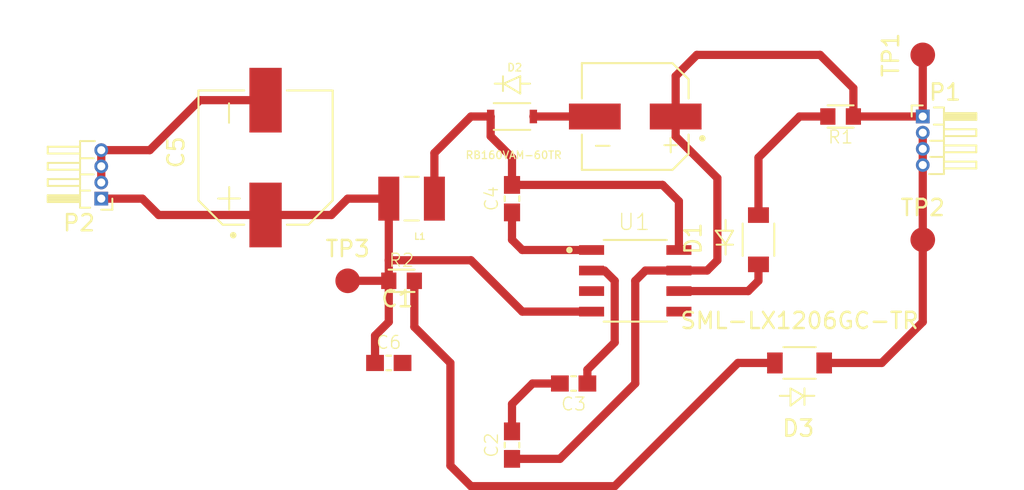
<source format=kicad_pcb>
(kicad_pcb (version 20211014) (generator pcbnew)
  (layers (0 "F.Cu" signal) (31 "B.Cu" signal) (34 "B.Paste" user) (35 "F.Paste" user) (36 "B.SilkS" user "B.Silkscreen") (37 "F.SilkS" user "F.Silkscreen") (38 "B.Mask" user) (39 "F.Mask" user) (44 "Edge.Cuts" user))
  (net 0 "")
  (net 1 "VIN")
  (net 2 "Earth")
  (net 3 "Net-(C3-Pad1)")
  (net 4 "Net-(C4-Pad1)")
  (net 5 "Net-(C4-Pad2)")
  (net 6 "5V-BUCK")
  (net 7 "Net-(D1-Pad2)")
  (net 8 "Net-(D3-Pad2)")
  (footprint "5V-Power_supply1:SML-LX1206GC-TR" (layer "F.Cu") (at 175.26 99.06 180)
    (fp_text reference "D3" (at 0.0762 -4.0386) (layer "F.SilkS"))
    (fp_text value "SML-LX1206GC-TR" (at 0 2.6162) (layer "F.SilkS"))
    (fp_line (start -0.3048 -2.5908) (end -0.3048 -1.5748) (layer "F.SilkS") (width 0.12))
    (fp_line (start -0.254 -2.032) (end -0.9144 -2.032) (layer "F.SilkS") (width 0.12))
    (fp_line (start 0.5588 -2.6416) (end -0.254 -2.032) (layer "F.SilkS") (width 0.12))
    (fp_line (start -1.000365 0.9779) (end 1.000365 0.9779) (layer "F.SilkS") (width 0.12))
    (fp_line (start 1.2192 -2.032) (end 0.5588 -2.032) (layer "F.SilkS") (width 0.12))
    (fp_line (start 0.5588 -1.5748) (end -0.254 -2.032) (layer "F.SilkS") (width 0.12))
    (fp_line (start 0.5588 -2.032) (end 0.5588 -1.5748) (layer "F.SilkS") (width 0.12))
    (fp_line (start 1.000365 -0.9779) (end -1.000365 -0.9779) (layer "F.SilkS") (width 0.12))
    (fp_line (start 0.5588 -2.032) (end 0.5588 -2.6416) (layer "F.SilkS") (width 0.12))
    (pad "1" smd rect (at -1.524 0 180) (size 0.9652 1.2954) (layers "F.Cu" "F.Paste" "F.Mask") (net 2 "Earth"))
    (pad "2" smd rect (at 1.524 0 180) (size 0.9652 1.2954) (layers "F.Cu" "F.Paste" "F.Mask") (net 8 "Net-(D3-Pad2)"))
  )
  (footprint "5V-Power_supply1:RES_0603" (layer "F.Cu") (at 150.65 93.98)
    (fp_text reference "R2" (at 0 -1.27) (layer "F.SilkS") (effects (font (size 0.8 0.8) (thickness 0.0762))))
    (fp_text value "470")
    (fp_line (start -0.8 -0.69) (end 0.8 -0.69) (layer "F.SilkS") (width 0.127))
    (fp_line (start -0.8 0.69) (end 0.8 0.69) (layer "F.SilkS") (width 0.127))
    (pad "1" smd rect (at -0.79 0) (size 0.94 1.02) (layers "F.Cu" "F.Paste" "F.Mask") (net 6 "5V-BUCK"))
    (pad "2" smd rect (at 0.79 0) (size 0.94 1.02) (layers "F.Cu" "F.Paste" "F.Mask") (net 8 "Net-(D3-Pad2)"))
  )
  (footprint "5V-Power_supply1:TP" (layer "F.Cu") (at 182.88 80.01 90)
    (fp_text reference "TP1" (at 0 -1.9812 90) (layer "F.SilkS"))
    (fp_text value "TP")
    (pad "1" smd circle (at 0 0 90) (size 1.524 1.524) (layers "F.Cu" "F.Paste" "F.Mask") (net 1 "VIN"))
  )
  (footprint "5V-Power_supply1:RB160VAM-60TR" (layer "F.Cu") (at 157.48 83.82)
    (fp_text reference "D2" (at 0.1651 -3.02768) (layer "F.SilkS") (effects (font (size 0.47 0.47) (thickness 0.0762))))
    (fp_text value "RB160VAM-60TR" (at 0.1016 2.3876) (layer "F.SilkS") (effects (font (size 0.47 0.47) (thickness 0.0762))))
    (fp_line (start -0.508 -2.032) (end 0.508 -2.4892) (layer "F.SilkS") (width 0.12))
    (fp_line (start -1.1303 0.8255) (end 1.1303 0.8255) (layer "F.SilkS") (width 0.12))
    (fp_line (start 0.6096 -2.032) (end 1.1176 -2.032) (layer "F.SilkS") (width 0.12))
    (fp_line (start 1.1303 -0.8255) (end -1.1303 -0.8255) (layer "F.SilkS") (width 0.12))
    (fp_line (start -0.5588 -2.4892) (end -0.5588 -1.5748) (layer "F.SilkS") (width 0.12))
    (fp_line (start -0.508 -2.032) (end -1.0668 -2.032) (layer "F.SilkS") (width 0.12))
    (fp_line (start 0.508 -2.4892) (end 0.508 -1.4224) (layer "F.SilkS") (width 0.12))
    (fp_line (start 0.508 -1.4224) (end -0.508 -2.032) (layer "F.SilkS") (width 0.12))
    (pad "1" smd rect (at -1.3208 0) (size 0.4572 0.8382) (layers "F.Cu" "F.Paste" "F.Mask") (net 5 "Net-(C4-Pad2)"))
    (pad "2" smd rect (at 1.3208 0) (size 0.4572 0.8382) (layers "F.Cu" "F.Paste" "F.Mask") (net 2 "Earth"))
  )
  (footprint "5V-Power_supply1:TP" (layer "F.Cu") (at 182.88 91.44)
    (fp_text reference "TP2" (at 0 -1.9812) (layer "F.SilkS"))
    (fp_text value "TP")
    (pad "1" smd circle (at 0 0) (size 1.524 1.524) (layers "F.Cu" "F.Paste" "F.Mask") (net 2 "Earth"))
  )
  (footprint "5V-Power_supply1:EEEFPV680XAP" (layer "F.Cu") (at 165.1 83.82 180)
    (fp_text reference "C1" (at 14.715 -11.275) (layer "F.SilkS"))
    (fp_text value "68uF" hide)
    (fp_line (start -2.3 3.3) (end 3.3 3.3) (layer "F.SilkS") (width 0.127))
    (fp_line (start -3.3 -2.3) (end -3.3 -1.12) (layer "F.SilkS") (width 0.127))
    (fp_line (start 3.3 -1.12) (end 3.3 -3.3) (layer "F.SilkS") (width 0.127))
    (fp_line (start -2.57302 -1.77292) (end -1.8034 -1.77292) (layer "F.SilkS") (width 0.12))
    (fp_line (start 3.3 -3.3) (end -2.3 -3.3) (layer "F.SilkS") (width 0.127))
    (fp_line (start -3.3 1.12) (end -3.3 2.3) (layer "F.SilkS") (width 0.127))
    (fp_line (start 3.3 3.3) (end 3.3 1.12) (layer "F.SilkS") (width 0.127))
    (fp_line (start -2.3 -3.3) (end -3.3 -2.3) (layer "F.SilkS") (width 0.127))
    (fp_line (start -2.19456 -2.21488) (end -2.18186 -1.33096) (layer "F.SilkS") (width 0.12))
    (fp_line (start -3.3 2.3) (end -2.3 3.3) (layer "F.SilkS") (width 0.127))
    (fp_line (start 1.5875 -1.81102) (end 2.43332 -1.81102) (layer "F.SilkS") (width 0.12))
    (fp_circle (center -4.15 -1.35) (end -4.05 -1.35) (layer "F.SilkS") (width 0.2) (fill none))
    (pad "1" smd rect (at -2.5 0 180) (size 3.2 1.6) (layers "F.Cu" "F.Paste" "F.Mask") (net 1 "VIN"))
    (pad "2" smd rect (at 2.5 0 180) (size 3.2 1.6) (layers "F.Cu" "F.Paste" "F.Mask") (net 2 "Earth"))
  )
  (footprint "5V-Power_supply1:LM22672MRE-5.0_NOPB" (layer "F.Cu") (at 165.1 93.98)
    (fp_text reference "U1" (at -0.075 -3.635) (layer "F.SilkS") (effects (font (thickness 0.0762))))
    (fp_text value "LM22672MRE-5.0_NOPB")
    (fp_line (start -1.95 2.525) (end 1.95 2.525) (layer "F.SilkS") (width 0.127))
    (fp_line (start -1.95 -2.525) (end 1.95 -2.525) (layer "F.SilkS") (width 0.127))
    (fp_circle (center -4.07 -1.905) (end -3.97 -1.905) (layer "F.SilkS") (width 0.2) (fill none))
    (pad "1" smd rect (at -2.7 -1.905) (size 1.55 0.6) (layers "F.Cu" "F.Paste") (net 4 "Net-(C4-Pad1)"))
    (pad "2" smd rect (at -2.7 -0.635) (size 1.55 0.6) (layers "F.Cu" "F.Paste") (net 3 "Net-(C3-Pad1)"))
    (pad "3" smd rect (at -2.7 0.635) (size 1.55 0.6) (layers "F.Cu" "F.Paste"))
    (pad "4" smd rect (at -2.7 1.905) (size 1.55 0.6) (layers "F.Cu" "F.Paste") (net 6 "5V-BUCK"))
    (pad "5" smd rect (at 2.7 1.905) (size 1.55 0.6) (layers "F.Cu" "F.Paste"))
    (pad "6" smd rect (at 2.7 0.635) (size 1.55 0.6) (layers "F.Cu" "F.Paste") (net 2 "Earth"))
    (pad "7" smd rect (at 2.7 -0.635) (size 1.55 0.6) (layers "F.Cu" "F.Paste") (net 1 "VIN"))
    (pad "8" smd rect (at 2.7 -1.905) (size 1.55 0.6) (layers "F.Cu" "F.Paste") (net 5 "Net-(C4-Pad2)"))
  )
  (footprint "5V-Power_supply1:CAP_0603" (layer "F.Cu") (at 157.48 104.14 90)
    (fp_text reference "C2" (at 0 -1.27 90) (layer "F.SilkS") (effects (font (size 0.8 0.8) (thickness 0.0762))))
    (fp_text value "2.2uF")
    (fp_line (start -0.15 -0.45) (end 0.15 -0.45) (layer "F.SilkS") (width 0.127))
    (fp_line (start -0.15 0.45) (end 0.15 0.45) (layer "F.SilkS") (width 0.127))
    (pad "1" smd rect (at -0.85 0 90) (size 1.1 1) (layers "F.Cu" "F.Paste" "F.Mask") (net 1 "VIN"))
    (pad "2" smd rect (at 0.85 0 90) (size 1.1 1) (layers "F.Cu" "F.Paste" "F.Mask") (net 2 "Earth"))
  )
  (footprint "5V-Power_supply1:RES_0603" (layer "F.Cu") (at 177.8 83.82 180)
    (fp_text reference "R1" (at 0 -1.27) (layer "F.SilkS") (effects (font (size 0.8 0.8) (thickness 0.0762))))
    (fp_text value "2k")
    (fp_line (start -0.8 -0.69) (end 0.8 -0.69) (layer "F.SilkS") (width 0.127))
    (fp_line (start -0.8 0.69) (end 0.8 0.69) (layer "F.SilkS") (width 0.127))
    (pad "1" smd rect (at -0.79 0 180) (size 0.94 1.02) (layers "F.Cu" "F.Paste" "F.Mask") (net 1 "VIN"))
    (pad "2" smd rect (at 0.79 0 180) (size 0.94 1.02) (layers "F.Cu" "F.Paste" "F.Mask") (net 7 "Net-(D1-Pad2)"))
  )
  (footprint "5V-Power_supply1:CAP_0603" (layer "F.Cu") (at 149.86 99.06)
    (fp_text reference "C6" (at 0 -1.27) (layer "F.SilkS") (effects (font (size 0.8 0.8) (thickness 0.0762))))
    (fp_text value "1uF")
    (fp_line (start -0.15 0.45) (end 0.15 0.45) (layer "F.SilkS") (width 0.127))
    (fp_line (start -0.15 -0.45) (end 0.15 -0.45) (layer "F.SilkS") (width 0.127))
    (pad "1" smd rect (at -0.85 0) (size 1.1 1) (layers "F.Cu" "F.Paste" "F.Mask") (net 6 "5V-BUCK"))
    (pad "2" smd rect (at 0.85 0) (size 1.1 1) (layers "F.Cu" "F.Paste" "F.Mask") (net 2 "Earth"))
  )
  (footprint "5V-Power_supply1:CAP_0603" (layer "F.Cu") (at 157.48 88.9 90)
    (fp_text reference "C4" (at 0 -1.27 90) (layer "F.SilkS") (effects (font (size 0.8 0.8) (thickness 0.0762))))
    (fp_text value "10nF")
    (fp_line (start -0.15 0.45) (end 0.15 0.45) (layer "F.SilkS") (width 0.127))
    (fp_line (start -0.15 -0.45) (end 0.15 -0.45) (layer "F.SilkS") (width 0.127))
    (pad "1" smd rect (at -0.85 0 90) (size 1.1 1) (layers "F.Cu" "F.Paste" "F.Mask") (net 4 "Net-(C4-Pad1)"))
    (pad "2" smd rect (at 0.85 0 90) (size 1.1 1) (layers "F.Cu" "F.Paste" "F.Mask") (net 5 "Net-(C4-Pad2)"))
  )
  (footprint "5V-Power_supply1:CBC3225T220KR" (layer "F.Cu") (at 151.27 88.9 180)
    (fp_text reference "L1" (at -0.508 -2.3368) (layer "F.SilkS") (effects (font (size 0.393701 0.393701) (thickness 0.0762))))
    (fp_text value "33uH")
    (fp_line (start -0.44 -1.35) (end 0.44 -1.35) (layer "F.SilkS") (width 0.127))
    (fp_line (start -0.44 1.35) (end 0.44 1.35) (layer "F.SilkS") (width 0.127))
    (pad "1" smd rect (at -1.41 0 180) (size 1.3 2.72) (layers "F.Cu" "F.Paste" "F.Mask") (net 5 "Net-(C4-Pad2)"))
    (pad "2" smd rect (at 1.41 0 180) (size 1.3 2.72) (layers "F.Cu" "F.Paste" "F.Mask") (net 6 "5V-BUCK"))
  )
  (footprint "Connector_PinHeader_1.00mm:PinHeader_1x04_P1.00mm_Horizontal" (layer "F.Cu") (at 182.88 83.82)
    (fp_text reference "P1" (at 1.375 -1.5) (layer "F.SilkS"))
    (fp_text value "0901471110")
    (fp_line (start 1.31 1.79) (end 3.31 1.79) (layer "F.SilkS") (width 0.12))
    (fp_line (start 1.31 2.79) (end 3.31 2.79) (layer "F.SilkS") (width 0.12))
    (fp_line (start 3.31 0.79) (end 3.31 1.21) (layer "F.SilkS") (width 0.12))
    (fp_line (start 1.31 3.56) (end 0.394493 3.56) (layer "F.SilkS") (width 0.12))
    (fp_line (start 0.468215 2.5) (end 1.31 2.5) (layer "F.SilkS") (width 0.12))
    (fp_line (start 3.31 1.79) (end 3.31 2.21) (layer "F.SilkS") (width 0.12))
    (fp_line (start 0.685 -0.56) (end 1.31 -0.56) (layer "F.SilkS") (width 0.12))
    (fp_line (start -0.685 0) (end -0.685 -0.685) (layer "F.SilkS") (width 0.12))
    (fp_line (start 3.31 3.21) (end 1.31 3.21) (layer "F.SilkS") (width 0.12))
    (fp_line (start 1.31 0.09) (end 3.31 0.09) (layer "F.SilkS") (width 0.12))
    (fp_line (start -0.685 -0.685) (end 0 -0.685) (layer "F.SilkS") (width 0.12))
    (fp_line (start 1.31 -0.56) (end 1.31 3.56) (layer "F.SilkS") (width 0.12))
    (fp_line (start 1.31 -0.15) (end 3.31 -0.15) (layer "F.SilkS") (width 0.12))
    (fp_line (start 1.31 -0.21) (end 3.31 -0.21) (layer "F.SilkS") (width 0.12))
    (fp_line (start 1.31 0.79) (end 3.31 0.79) (layer "F.SilkS") (width 0.12))
    (fp_line (start 3.31 2.79) (end 3.31 3.21) (layer "F.SilkS") (width 0.12))
    (fp_line (start 3.31 1.21) (end 1.31 1.21) (layer "F.SilkS") (width 0.12))
    (fp_line (start 0.468215 1.5) (end 1.31 1.5) (layer "F.SilkS") (width 0.12))
    (fp_line (start 3.31 -0.21) (end 3.31 0.21) (layer "F.SilkS") (width 0.12))
    (fp_line (start 3.31 0.21) (end 1.31 0.21) (layer "F.SilkS") (width 0.12))
    (fp_line (start 3.31 2.21) (end 1.31 2.21) (layer "F.SilkS") (width 0.12))
    (fp_line (start 0.685 0.5) (end 1.31 0.5) (layer "F.SilkS") (width 0.12))
    (fp_line (start 1.31 -0.03) (end 3.31 -0.03) (layer "F.SilkS") (width 0.12))
    (pad "1" thru_hole rect (at 0 0) (size 0.85 0.85) (drill 0.5) (layers *.Cu *.Mask) (net 1 "VIN"))
    (pad "2" thru_hole oval (at 0 1) (size 0.85 0.85) (drill 0.5) (layers *.Cu *.Mask) (net 2 "Earth"))
    (pad "3" thru_hole oval (at 0 2) (size 0.85 0.85) (drill 0.5) (layers *.Cu *.Mask) (net 2 "Earth"))
    (pad "4" thru_hole oval (at 0 3) (size 0.85 0.85) (drill 0.5) (layers *.Cu *.Mask) (net 2 "Earth"))
  )
  (footprint "5V-Power_supply1:CAP_0603" (layer "F.Cu") (at 161.29 100.33 180)
    (fp_text reference "C3" (at 0 -1.27) (layer "F.SilkS") (effects (font (size 0.8 0.8) (thickness 0.0762))))
    (fp_text value "1uF")
    (fp_line (start -0.15 -0.45) (end 0.15 -0.45) (layer "F.SilkS") (width 0.127))
    (fp_line (start -0.15 0.45) (end 0.15 0.45) (layer "F.SilkS") (width 0.127))
    (pad "1" smd rect (at -0.85 0 180) (size 1.1 1) (layers "F.Cu" "F.Paste" "F.Mask") (net 3 "Net-(C3-Pad1)"))
    (pad "2" smd rect (at 0.85 0 180) (size 1.1 1) (layers "F.Cu" "F.Paste" "F.Mask") (net 2 "Earth"))
  )
  (footprint "5V-Power_supply1:CAP_EEEFP1E151AL" (layer "F.Cu") (at 142.24 86.36 90)
    (fp_text reference "C5" (at 0.325 -5.535 90) (layer "F.SilkS"))
    (fp_text value "150uF")
    (fp_line (start -3.22326 -2.2479) (end -1.82118 -2.2479) (layer "F.SilkS") (width 0.12))
    (fp_line (start 4.15 -1.32) (end 4.15 -4.15) (layer "F.SilkS") (width 0.127))
    (fp_line (start -4.15 2.65) (end -2.65 4.15) (layer "F.SilkS") (width 0.127))
    (fp_line (start -4.15 -2.65) (end -4.15 -1.32) (layer "F.SilkS") (width 0.127))
    (fp_line (start 4.15 -4.15) (end -2.65 -4.15) (layer "F.SilkS") (width 0.127))
    (fp_line (start 2.15138 -2.2606) (end 3.35534 -2.2606) (layer "F.SilkS") (width 0.12))
    (fp_line (start -2.65 4.15) (end 4.15 4.15) (layer "F.SilkS") (width 0.127))
    (fp_line (start 4.15 4.15) (end 4.15 1.32) (layer "F.SilkS") (width 0.127))
    (fp_line (start -2.65 -4.15) (end -4.15 -2.65) (layer "F.SilkS") (width 0.127))
    (fp_line (start -4.15 1.32) (end -4.15 2.65) (layer "F.SilkS") (width 0.127))
    (fp_line (start -2.53492 -2.93116) (end -2.5273 -1.59512) (layer "F.SilkS") (width 0.12))
    (fp_circle (center -4.8 -2) (end -4.7 -2) (layer "F.SilkS") (width 0.2) (fill none))
    (pad "1" smd rect (at -3.55 0 90) (size 4 2) (layers "F.Cu" "F.Paste" "F.Mask") (net 6 "5V-BUCK"))
    (pad "2" smd rect (at 3.55 0 90) (size 4 2) (layers "F.Cu" "F.Paste" "F.Mask") (net 2 "Earth"))
  )
  (footprint "Connector_PinHeader_1.00mm:PinHeader_1x04_P1.00mm_Horizontal" (layer "F.Cu") (at 132.08 88.9 180)
    (fp_text reference "P2" (at 1.375 -1.5) (layer "F.SilkS"))
    (fp_text value "0901471110")
    (fp_line (start 1.31 2.79) (end 3.31 2.79) (layer "F.SilkS") (width 0.12))
    (fp_line (start 0.685 0.5) (end 1.31 0.5) (layer "F.SilkS") (width 0.12))
    (fp_line (start -0.685 0) (end -0.685 -0.685) (layer "F.SilkS") (width 0.12))
    (fp_line (start 1.31 -0.21) (end 3.31 -0.21) (layer "F.SilkS") (width 0.12))
    (fp_line (start 3.31 0.21) (end 1.31 0.21) (layer "F.SilkS") (width 0.12))
    (fp_line (start 3.31 0.79) (end 3.31 1.21) (layer "F.SilkS") (width 0.12))
    (fp_line (start 1.31 1.79) (end 3.31 1.79) (layer "F.SilkS") (width 0.12))
    (fp_line (start 0.685 -0.56) (end 1.31 -0.56) (layer "F.SilkS") (width 0.12))
    (fp_line (start 1.31 -0.15) (end 3.31 -0.15) (layer "F.SilkS") (width 0.12))
    (fp_line (start 0.468215 2.5) (end 1.31 2.5) (layer "F.SilkS") (width 0.12))
    (fp_line (start 1.31 0.09) (end 3.31 0.09) (layer "F.SilkS") (width 0.12))
    (fp_line (start 3.31 2.79) (end 3.31 3.21) (layer "F.SilkS") (width 0.12))
    (fp_line (start 1.31 3.56) (end 0.394493 3.56) (layer "F.SilkS") (width 0.12))
    (fp_line (start 1.31 -0.56) (end 1.31 3.56) (layer "F.SilkS") (width 0.12))
    (fp_line (start 1.31 -0.03) (end 3.31 -0.03) (layer "F.SilkS") (width 0.12))
    (fp_line (start 3.31 -0.21) (end 3.31 0.21) (layer "F.SilkS") (width 0.12))
    (fp_line (start 3.31 2.21) (end 1.31 2.21) (layer "F.SilkS") (width 0.12))
    (fp_line (start 1.31 0.79) (end 3.31 0.79) (layer "F.SilkS") (width 0.12))
    (fp_line (start 3.31 1.21) (end 1.31 1.21) (layer "F.SilkS") (width 0.12))
    (fp_line (start 3.31 3.21) (end 1.31 3.21) (layer "F.SilkS") (width 0.12))
    (fp_line (start 0.468215 1.5) (end 1.31 1.5) (layer "F.SilkS") (width 0.12))
    (fp_line (start -0.685 -0.685) (end 0 -0.685) (layer "F.SilkS") (width 0.12))
    (fp_line (start 3.31 1.79) (end 3.31 2.21) (layer "F.SilkS") (width 0.12))
    (pad "1" thru_hole rect (at 0 0 180) (size 0.85 0.85) (drill 0.5) (layers *.Cu *.Mask) (net 6 "5V-BUCK"))
    (pad "2" thru_hole oval (at 0 1 180) (size 0.85 0.85) (drill 0.5) (layers *.Cu *.Mask) (net 2 "Earth"))
    (pad "3" thru_hole oval (at 0 2 180) (size 0.85 0.85) (drill 0.5) (layers *.Cu *.Mask) (net 2 "Earth"))
    (pad "4" thru_hole oval (at 0 3 180) (size 0.85 0.85) (drill 0.5) (layers *.Cu *.Mask) (net 2 "Earth"))
  )
  (footprint "5V-Power_supply1:TP" (layer "F.Cu") (at 147.32 93.98)
    (fp_text reference "TP3" (at 0 -1.9812) (layer "F.SilkS"))
    (fp_text value "TP")
    (pad "1" smd circle (at 0 0) (size 1.524 1.524) (layers "F.Cu" "F.Paste" "F.Mask") (net 6 "5V-BUCK"))
  )
  (footprint "5V-Power_supply1:SML-LX1206GC-TR" (layer "F.Cu") (at 172.72 91.44 90)
    (fp_text reference "D1" (at 0.0762 -4.0386 90) (layer "F.SilkS"))
    (fp_text value "SML-LX1206GC-TR" hide)
    (fp_line (start 1.000365 -0.9779) (end -1.000365 -0.9779) (layer "F.SilkS") (width 0.12))
    (fp_line (start -0.254 -2.032) (end -0.9144 -2.032) (layer "F.SilkS") (width 0.12))
    (fp_line (start -1.000365 0.9779) (end 1.000365 0.9779) (layer "F.SilkS") (width 0.12))
    (fp_line (start 0.5588 -2.6416) (end -0.254 -2.032) (layer "F.SilkS") (width 0.12))
    (fp_line (start 1.2192 -2.032) (end 0.5588 -2.032) (layer "F.SilkS") (width 0.12))
    (fp_line (start 0.5588 -1.5748) (end -0.254 -2.032) (layer "F.SilkS") (width 0.12))
    (fp_line (start 0.5588 -2.032) (end 0.5588 -1.5748) (layer "F.SilkS") (width 0.12))
    (fp_line (start 0.5588 -2.032) (end 0.5588 -2.6416) (layer "F.SilkS") (width 0.12))
    (fp_line (start -0.3048 -2.5908) (end -0.3048 -1.5748) (layer "F.SilkS") (width 0.12))
    (pad "1" smd rect (at -1.524 0 90) (size 0.9652 1.2954) (layers "F.Cu" "F.Paste" "F.Mask") (net 2 "Earth"))
    (pad "2" smd rect (at 1.524 0 90) (size 0.9652 1.2954) (layers "F.Cu" "F.Paste" "F.Mask") (net 7 "Net-(D1-Pad2)"))
  )
  (segment (start 165.1 93.98) (end 165.1 100.33) (width 0.508) (layer "F.Cu") (net 1))
  (segment (start 182.88 80.01) (end 182.88 83.82) (width 0.508) (layer "F.Cu") (net 1))
  (segment (start 178.59 83.82) (end 182.88 83.82) (width 0.508) (layer "F.Cu") (net 1))
  (segment (start 178.59 82.07) (end 178.59 83.82) (width 0.508) (layer "F.Cu") (net 1))
  (segment (start 167.8 93.345) (end 169.545 93.345) (width 0.508) (layer "F.Cu") (net 1))
  (segment (start 168.91 80.01) (end 176.53 80.01) (width 0.508) (layer "F.Cu") (net 1))
  (segment (start 167.8 93.345) (end 165.735 93.345) (width 0.508) (layer "F.Cu") (net 1))
  (segment (start 170.18 92.71) (end 170.18 87.63) (width 0.508) (layer "F.Cu") (net 1))
  (segment (start 169.545 93.345) (end 170.18 92.71) (width 0.508) (layer "F.Cu") (net 1))
  (segment (start 165.1 100.33) (end 160.44 104.99) (width 0.508) (layer "F.Cu") (net 1))
  (segment (start 167.6 81.32) (end 168.91 80.01) (width 0.508) (layer "F.Cu") (net 1))
  (segment (start 167.6 83.82) (end 167.6 81.32) (width 0.508) (layer "F.Cu") (net 1))
  (segment (start 176.53 80.01) (end 178.59 82.07) (width 0.508) (layer "F.Cu") (net 1))
  (segment (start 170.18 87.63) (end 167.6 85.05) (width 0.508) (layer "F.Cu") (net 1))
  (segment (start 160.44 104.99) (end 157.48 104.99) (width 0.508) (layer "F.Cu") (net 1))
  (segment (start 167.6 85.05) (end 167.6 83.82) (width 0.508) (layer "F.Cu") (net 1))
  (segment (start 165.735 93.345) (end 165.1 93.98) (width 0.508) (layer "F.Cu") (net 1))
  (segment (start 138.17 82.81) (end 142.24 82.81) (width 0.508) (layer "F.Cu") (net 2))
  (segment (start 132.08 85.9) (end 135.08 85.9) (width 0.508) (layer "F.Cu") (net 2))
  (segment (start 167.8 94.615) (end 172.085 94.615) (width 0.508) (layer "F.Cu") (net 2))
  (segment (start 158.8008 83.82) (end 162.6 83.82) (width 0.508) (layer "F.Cu") (net 2))
  (segment (start 182.88 85.82) (end 182.88 86.82) (width 0.508) (layer "F.Cu") (net 2))
  (segment (start 132.08 86.9) (end 132.08 85.9) (width 0.508) (layer "F.Cu") (net 2))
  (segment (start 172.72 93.98) (end 172.72 92.964) (width 0.508) (layer "F.Cu") (net 2))
  (segment (start 176.784 99.06) (end 180.34 99.06) (width 0.508) (layer "F.Cu") (net 2))
  (segment (start 182.88 84.82) (end 182.88 85.82) (width 0.508) (layer "F.Cu") (net 2))
  (segment (start 158.75 100.33) (end 160.44 100.33) (width 0.508) (layer "F.Cu") (net 2))
  (segment (start 157.48 101.6) (end 158.75 100.33) (width 0.508) (layer "F.Cu") (net 2))
  (segment (start 172.085 94.615) (end 172.72 93.98) (width 0.508) (layer "F.Cu") (net 2))
  (segment (start 182.88 86.82) (end 182.88 91.44) (width 0.508) (layer "F.Cu") (net 2))
  (segment (start 135.08 85.9) (end 138.17 82.81) (width 0.508) (layer "F.Cu") (net 2))
  (segment (start 180.34 99.06) (end 182.88 96.52) (width 0.508) (layer "F.Cu") (net 2))
  (segment (start 132.08 87.9) (end 132.08 86.9) (width 0.508) (layer "F.Cu") (net 2))
  (segment (start 182.88 96.52) (end 182.88 91.44) (width 0.508) (layer "F.Cu") (net 2))
  (segment (start 157.48 103.29) (end 157.48 101.6) (width 0.508) (layer "F.Cu") (net 2))
  (segment (start 162.14 99.48) (end 162.14 100.33) (width 0.508) (layer "F.Cu") (net 3))
  (segment (start 163.83 97.79) (end 162.14 99.48) (width 0.508) (layer "F.Cu") (net 3))
  (segment (start 163.195 93.345) (end 163.83 93.98) (width 0.508) (layer "F.Cu") (net 3))
  (segment (start 163.83 93.98) (end 163.83 97.79) (width 0.508) (layer "F.Cu") (net 3))
  (segment (start 162.4 93.345) (end 163.195 93.345) (width 0.508) (layer "F.Cu") (net 3))
  (segment (start 157.48 91.44) (end 157.48 89.75) (width 0.508) (layer "F.Cu") (net 4))
  (segment (start 162.4 92.075) (end 158.115 92.075) (width 0.508) (layer "F.Cu") (net 4))
  (segment (start 158.115 92.075) (end 157.48 91.44) (width 0.508) (layer "F.Cu") (net 4))
  (segment (start 152.68 88.9) (end 152.68 86.08) (width 0.508) (layer "F.Cu") (net 5))
  (segment (start 156.1592 85.0392) (end 157.48 86.36) (width 0.508) (layer "F.Cu") (net 5))
  (segment (start 167.8 89.06) (end 167.8 92.075) (width 0.508) (layer "F.Cu") (net 5))
  (segment (start 157.48 88.05) (end 166.79 88.05) (width 0.508) (layer "F.Cu") (net 5))
  (segment (start 154.94 83.82) (end 156.1592 83.82) (width 0.508) (layer "F.Cu") (net 5))
  (segment (start 152.68 86.08) (end 154.94 83.82) (width 0.508) (layer "F.Cu") (net 5))
  (segment (start 166.79 88.05) (end 167.8 89.06) (width 0.508) (layer "F.Cu") (net 5))
  (segment (start 157.48 86.36) (end 157.48 88.05) (width 0.508) (layer "F.Cu") (net 5))
  (segment (start 156.1592 83.82) (end 156.1592 85.0392) (width 0.508) (layer "F.Cu") (net 5))
  (segment (start 149.86 96.52) (end 149.01 97.37) (width 0.508) (layer "F.Cu") (net 6))
  (segment (start 142.24 89.91) (end 146.31 89.91) (width 0.508) (layer "F.Cu") (net 6))
  (segment (start 149.86 88.9) (end 149.86 92.71) (width 0.508) (layer "F.Cu") (net 6))
  (segment (start 149.86 92.71) (end 149.86 93.98) (width 0.508) (layer "F.Cu") (net 6))
  (segment (start 147.32 88.9) (end 149.86 88.9) (width 0.508) (layer "F.Cu") (net 6))
  (segment (start 149.01 97.37) (end 149.01 99.06) (width 0.508) (layer "F.Cu") (net 6))
  (segment (start 132.08 88.9) (end 134.62 88.9) (width 0.508) (layer "F.Cu") (net 6))
  (segment (start 149.86 93.98) (end 147.32 93.98) (width 0.508) (layer "F.Cu") (net 6))
  (segment (start 134.62 88.9) (end 135.63 89.91) (width 0.508) (layer "F.Cu") (net 6))
  (segment (start 149.86 93.98) (end 149.86 96.52) (width 0.508) (layer "F.Cu") (net 6))
  (segment (start 154.94 92.71) (end 158.115 95.885) (width 0.508) (layer "F.Cu") (net 6))
  (segment (start 146.31 89.91) (end 147.32 88.9) (width 0.508) (layer "F.Cu") (net 6))
  (segment (start 149.86 92.71) (end 154.94 92.71) (width 0.508) (layer "F.Cu") (net 6))
  (segment (start 158.115 95.885) (end 162.4 95.885) (width 0.508) (layer "F.Cu") (net 6))
  (segment (start 135.63 89.91) (end 142.24 89.91) (width 0.508) (layer "F.Cu") (net 6))
  (segment (start 175.26 83.82) (end 172.72 86.36) (width 0.508) (layer "F.Cu") (net 7))
  (segment (start 177.01 83.82) (end 175.26 83.82) (width 0.508) (layer "F.Cu") (net 7))
  (segment (start 172.72 86.36) (end 172.72 89.916) (width 0.508) (layer "F.Cu") (net 7))
  (segment (start 163.83 106.68) (end 171.45 99.06) (width 0.508) (layer "F.Cu") (net 8))
  (segment (start 154.94 106.68) (end 163.83 106.68) (width 0.508) (layer "F.Cu") (net 8))
  (segment (start 171.45 99.06) (end 173.736 99.06) (width 0.508) (layer "F.Cu") (net 8))
  (segment (start 153.67 99.06) (end 153.67 105.41) (width 0.508) (layer "F.Cu") (net 8))
  (segment (start 151.44 96.83) (end 153.67 99.06) (width 0.508) (layer "F.Cu") (net 8))
  (segment (start 153.67 105.41) (end 154.94 106.68) (width 0.508) (layer "F.Cu") (net 8))
  (segment (start 151.44 93.98) (end 151.44 96.83) (width 0.508) (layer "F.Cu") (net 8))
)
</source>
